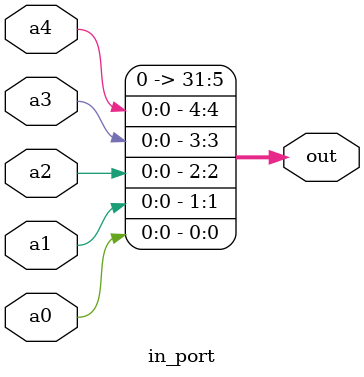
<source format=v>
module in_port(a0, a1, a2, a3, a4, out);
	input a0, a1, a2, a3, a4;
	output[31:0] out;
	assign out = {27'b0, a4, a3, a2, a1, a0};
endmodule

</source>
